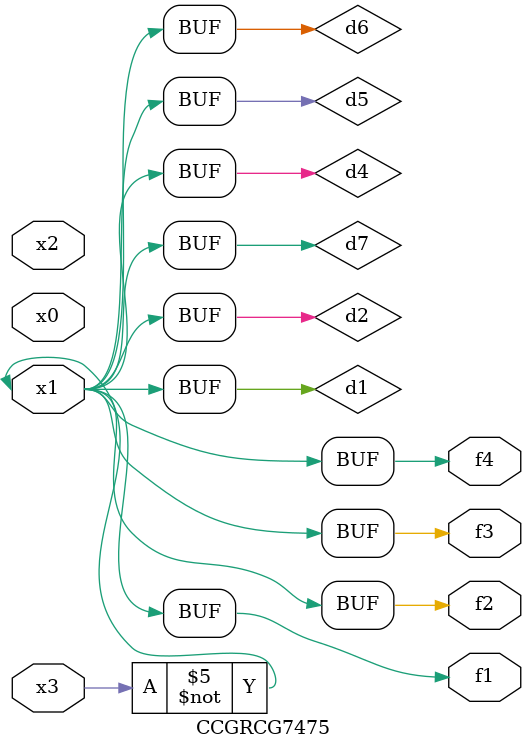
<source format=v>
module CCGRCG7475(
	input x0, x1, x2, x3,
	output f1, f2, f3, f4
);

	wire d1, d2, d3, d4, d5, d6, d7;

	not (d1, x3);
	buf (d2, x1);
	xnor (d3, d1, d2);
	nor (d4, d1);
	buf (d5, d1, d2);
	buf (d6, d4, d5);
	nand (d7, d4);
	assign f1 = d6;
	assign f2 = d7;
	assign f3 = d6;
	assign f4 = d6;
endmodule

</source>
